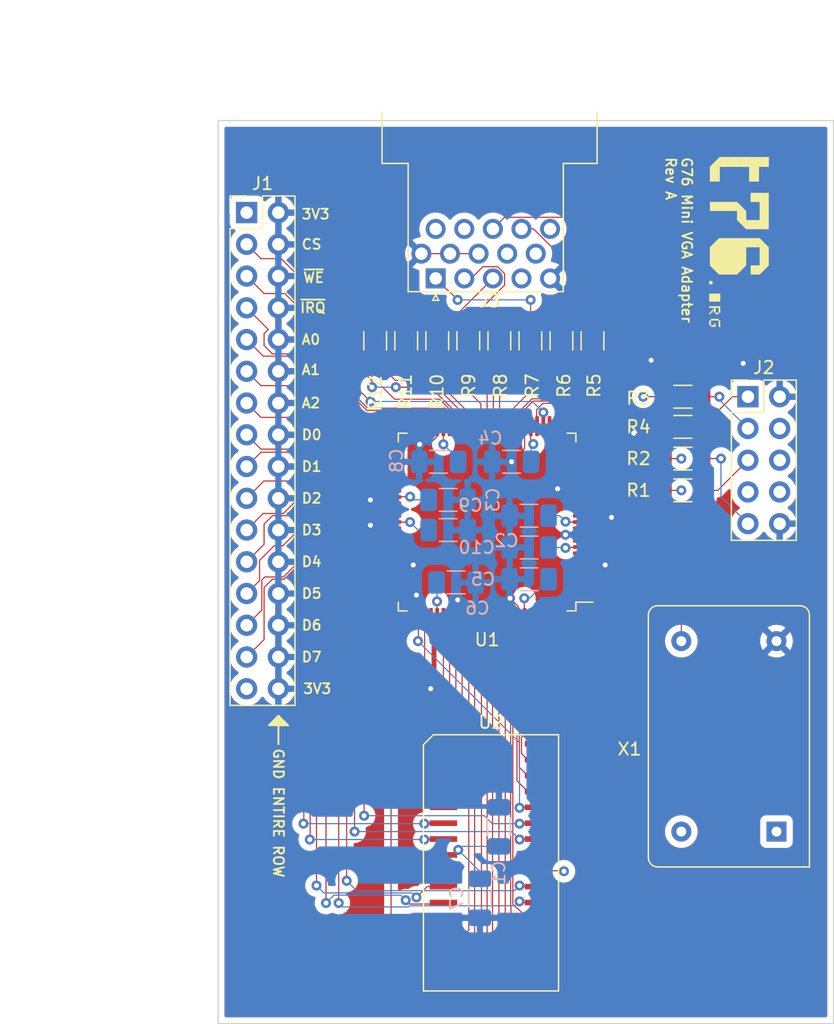
<source format=kicad_pcb>
(kicad_pcb (version 20211014) (generator pcbnew)
  (layers (0 "F.Cu" signal) (1 "In1.Cu" power) (2 "In2.Cu" power) (31 "B.Cu" signal) (34 "B.Paste" user) (35 "F.Paste" user) (36 "B.SilkS" user "B.Silkscreen") (37 "F.SilkS" user "F.Silkscreen") (38 "B.Mask" user) (39 "F.Mask" user) (44 "Edge.Cuts" user))
  (net 0 "")
  (net 1 "+3V3")
  (net 2 "GND")
  (net 3 "/MPU_CS")
  (net 4 "/~{MPU_WE}")
  (net 5 "/~{VOUT_IRQ}")
  (net 6 "/MPU_A0")
  (net 7 "/MPU_A1")
  (net 8 "/MPU_A2")
  (net 9 "/MPU_D0")
  (net 10 "/MPU_D1")
  (net 11 "/MPU_D2")
  (net 12 "/MPU_D3")
  (net 13 "/MPU_D4")
  (net 14 "/MPU_D5")
  (net 15 "/MPU_D6")
  (net 16 "/MPU_D7")
  (net 17 "/TCK")
  (net 18 "/TDO")
  (net 19 "/TMS")
  (net 23 "/TDI")
  (net 24 "Net-(J3-Pad1)")
  (net 25 "Net-(J3-Pad2)")
  (net 26 "Net-(J3-Pad3)")
  (net 31 "/~{HSYNC}")
  (net 32 "/~{VSYNC}")
  (net 34 "/VOUT_0")
  (net 35 "/VOUT_1")
  (net 36 "/VOUT_2")
  (net 37 "/VOUT_3")
  (net 38 "/VOUT_4")
  (net 39 "/VOUT_5")
  (net 40 "/VOUT_6")
  (net 41 "/VOUT_7")
  (net 50 "Net-(U1-Pad12)")
  (net 67 "/VRAM_D0")
  (net 68 "/VRAM_D1")
  (net 69 "/VRAM_D2")
  (net 70 "/VRAM_D3")
  (net 71 "/VRAM_D4")
  (net 72 "/VRAM_D5")
  (net 75 "/VRAM_D6")
  (net 76 "/VRAM_D7")
  (net 78 "/~{VRAM_OE}")
  (net 79 "/~{VRAM_WE}")
  (net 80 "/VRAM_A0")
  (net 81 "/VRAM_A1")
  (net 82 "/VRAM_A2")
  (net 83 "/VRAM_A3")
  (net 84 "/VRAM_A4")
  (net 85 "/VRAM_A5")
  (net 86 "/VRAM_A6")
  (net 87 "/VRAM_A7")
  (net 88 "/VRAM_A8")
  (net 89 "/VRAM_A9")
  (net 90 "/VRAM_A10")
  (net 91 "/VRAM_A11")
  (net 92 "/VRAM_A12")
  (net 93 "/VRAM_A13")
  (net 94 "/VRAM_A14")
  (net 95 "/VRAM_A15")
  (net 96 "/VRAM_A16")
  (footprint "Resistor_SMD:R_1206_3216Metric_Pad1.30x1.75mm_HandSolder" (layer "F.Cu") (at 94.615 63.474 90)
    (fp_text reference "R12")
    (fp_text value "470")
  )
  (footprint "Oscillator:Oscillator_DIP-14" (layer "F.Cu") (at 126.746 102.743 90)
    (fp_text reference "X1")
    (fp_text value "50MHz")
  )
  (footprint "Package_SO_J-Lead:JSOP32_7.62mm" (layer "F.Cu") (at 103.886 105.2445 -90)
    (fp_text reference "U2")
    (fp_text value "CY7C1018DV33-10VXI")
  )
  (footprint "Resistor_SMD:R_1206_3216Metric_Pad1.30x1.75mm_HandSolder" (layer "F.Cu") (at 99.586142 63.474 90)
    (fp_text reference "R10")
    (fp_text value "470")
  )
  (footprint "Resistor_SMD:R_1206_3216Metric_Pad1.30x1.75mm_HandSolder" (layer "F.Cu") (at 109.528426 63.474 90)
    (fp_text reference "R6")
    (fp_text value "1k")
  )
  (footprint "Resistor_SMD:R_1206_3216Metric_Pad1.30x1.75mm_HandSolder" (layer "F.Cu") (at 119.253 75.438)
    (fp_text reference "R1")
    (fp_text value "10k")
  )
  (footprint "Resistor_SMD:R_1206_3216Metric_Pad1.30x1.75mm_HandSolder" (layer "F.Cu") (at 119.253 70.358)
    (fp_text reference "R4")
    (fp_text value "10k")
  )
  (footprint "Connector_Dsub:DSUB-15-HD_Female_Horizontal_P2.29x1.98mm_EdgePinOffset9.40mm" (layer "F.Cu") (at 99.459 58.479331 180)
    (fp_text reference "J3")
    (fp_text value "DB15_Female_HighDensity")
  )
  (footprint "Resistor_SMD:R_1206_3216Metric_Pad1.30x1.75mm_HandSolder" (layer "F.Cu") (at 102.071713 63.474 90)
    (fp_text reference "R9")
    (fp_text value "1k")
  )
  (footprint "Resistor_SMD:R_1206_3216Metric_Pad1.30x1.75mm_HandSolder" (layer "F.Cu") (at 119.253 67.945)
    (fp_text reference "R3")
    (fp_text value "10k")
  )
  (footprint "Resistor_SMD:R_1206_3216Metric_Pad1.30x1.75mm_HandSolder" (layer "F.Cu") (at 112.014 63.474 90)
    (fp_text reference "R5")
    (fp_text value "2.2k")
  )
  (footprint "Connector_PinHeader_2.54mm:PinHeader_2x05_P2.54mm_Vertical" (layer "F.Cu") (at 124.46 67.945)
    (fp_text reference "J2")
    (fp_text value "JTAG")
  )
  (footprint "Package_QFP:LQFP-100_14x14mm_P0.5mm" (layer "F.Cu") (at 103.576635 77.974276 180)
    (fp_text reference "U1")
    (fp_text value "EPM240T100")
  )
  (footprint "Resistor_SMD:R_1206_3216Metric_Pad1.30x1.75mm_HandSolder" (layer "F.Cu") (at 104.557284 63.474 90)
    (fp_text reference "R8")
    (fp_text value "2.2k")
  )
  (footprint "Connector_PinHeader_2.54mm:PinHeader_2x16_P2.54mm_Vertical" (layer "F.Cu") (at 84.323 53.213)
    (fp_text reference "J1")
    (fp_text value "Conn_02x16_Odd_Even")
  )
  (footprint "Resistor_SMD:R_1206_3216Metric_Pad1.30x1.75mm_HandSolder" (layer "F.Cu") (at 107.042855 63.474 90)
    (fp_text reference "R7")
    (fp_text value "470")
  )
  (footprint "Resistor_SMD:R_1206_3216Metric_Pad1.30x1.75mm_HandSolder" (layer "F.Cu") (at 119.253 72.898)
    (fp_text reference "R2")
    (fp_text value "10k")
  )
  (footprint "Resistor_SMD:R_1206_3216Metric_Pad1.30x1.75mm_HandSolder" (layer "F.Cu") (at 97.100571 63.474 90)
    (fp_text reference "R11")
    (fp_text value "1k")
  )
  (footprint "Capacitor_SMD:C_1206_3216Metric_Pad1.33x1.80mm_HandSolder" (layer "B.Cu") (at 105.537 73.152 180)
    (fp_text reference "C4")
    (fp_text value "C")
  )
  (footprint "Capacitor_SMD:C_1206_3216Metric_Pad1.33x1.80mm_HandSolder" (layer "B.Cu") (at 99.695 73.152 180)
    (fp_text reference "C8")
    (fp_text value "C")
  )
  (footprint "Capacitor_SMD:C_1206_3216Metric_Pad1.33x1.80mm_HandSolder" (layer "B.Cu") (at 106.934 77.47 180)
    (fp_text reference "C2")
    (fp_text value "C")
  )
  (footprint "Capacitor_SMD:C_1206_3216Metric_Pad1.33x1.80mm_HandSolder" (layer "B.Cu") (at 101.092 82.804)
    (fp_text reference "C6")
    (fp_text value "C")
  )
  (footprint "Capacitor_SMD:C_1206_3216Metric_Pad1.33x1.80mm_HandSolder" (layer "B.Cu") (at 106.934 82.55 180)
    (fp_text reference "C5")
    (fp_text value "C")
  )
  (footprint "Capacitor_SMD:C_1206_3216Metric_Pad1.33x1.80mm_HandSolder" (layer "B.Cu") (at 100.457 78.613)
    (fp_text reference "C9")
    (fp_text value "C")
  )
  (footprint "Capacitor_SMD:C_1206_3216Metric_Pad1.33x1.80mm_HandSolder" (layer "B.Cu") (at 100.457 76.2)
    (fp_text reference "C3")
    (fp_text value "C")
  )
  (footprint "Capacitor_SMD:C_1206_3216Metric_Pad1.33x1.80mm_HandSolder" (layer "B.Cu") (at 102.997 108.077 -90)
    (fp_text reference "C7")
    (fp_text value "C")
  )
  (footprint "Capacitor_SMD:C_1206_3216Metric_Pad1.33x1.80mm_HandSolder" (layer "B.Cu") (at 104.521 102.362 90)
    (fp_text reference "C1")
    (fp_text value "C")
  )
  (footprint "Capacitor_SMD:C_1206_3216Metric_Pad1.33x1.80mm_HandSolder" (layer "B.Cu") (at 106.934 80.01 180)
    (fp_text reference "C10")
    (fp_text value "C")
  )
  (gr_poly (pts (xy 123.695036 48.762709) (xy 123.695036 49.549368) (xy 123.032626 49.549368) (xy 123.032626 48.762709) (xy 123.695036 48.762709)) (layer "F.SilkS") (width 0.010583) (fill solid))
  (gr_poly (pts (xy 121.412 49.549368) (xy 121.412 50.729304) (xy 122.069225 50.729304) (xy 122.069225 48.892143) (xy 121.412 49.549368)) (layer "F.SilkS") (width 0.010583) (fill solid))
  (gr_poly (pts (xy 121.363634 59.702489) (xy 122.247025 59.702489) (xy 122.247025 60.333467) (xy 121.363634 60.333467) (xy 121.363634 59.702489)) (layer "F.SilkS") (width 0.010583) (fill solid))
  (gr_poly (pts (xy 124.507942 48.762709) (xy 124.507942 49.549368) (xy 124.558531 49.549368) (xy 124.558531 50.729304) (xy 124.658543 50.729304) (xy 124.658543 48.762709) (xy 124.507942 48.762709)) (layer "F.SilkS") (width 0.010583) (fill solid))
  (gr_poly (pts (xy 121.868459 61.216752) (xy 122.12066 61.216752) (xy 122.12066 61.343012) (xy 121.868247 61.343012) (xy 121.868459 61.216752)) (layer "F.SilkS") (width 0.010583) (fill solid))
  (gr_poly (pts (xy 125.320954 48.762709) (xy 125.320954 50.729304) (xy 125.34519 50.729304) (xy 125.34519 49.549368) (xy 125.471449 49.549368) (xy 125.471449 48.762709) (xy 125.320954 48.762709)) (layer "F.SilkS") (width 0.010583) (fill solid))
  (gr_poly (pts (xy 121.489893 60.207207) (xy 122.12066 60.207207) (xy 122.12066 59.828642) (xy 121.489893 59.828642) (xy 121.489893 60.207207)) (layer "F.SilkS") (width 0.010583) (fill solid))
  (gr_poly (pts (xy 122.12066 61.84773) (xy 122.247025 61.84773) (xy 122.247025 62.352554) (xy 122.12066 62.352554) (xy 122.12066 61.84773)) (layer "F.SilkS") (width 0.010583) (fill solid))
  (gr_poly (pts (xy 122.198659 48.762709) (xy 122.069225 48.892143) (xy 122.069225 50.729304) (xy 122.198659 50.729304) (xy 122.198659 49.549368) (xy 122.21972 49.549368) (xy 122.21972 48.762709) (xy 122.198659 48.762709)) (layer "F.SilkS") (width 0.010583) (fill solid))
  (gr_poly (pts (xy 121.489893 61.090598) (xy 121.616047 61.090598) (xy 121.616047 61.216752) (xy 121.489893 61.216752) (xy 121.489893 61.090598)) (layer "F.SilkS") (width 0.010583) (fill solid))
  (gr_poly (pts (xy 123.845531 48.762709) (xy 123.845531 49.549368) (xy 123.695036 49.549368) (xy 123.695036 48.762709) (xy 123.845531 48.762709)) (layer "F.SilkS") (width 0.010583) (fill solid))
  (gr_poly (pts (xy 124.67717 51.634814) (xy 124.67717 52.360407) (xy 125.402763 52.360407) (xy 125.402763 53.811594) (xy 124.314373 53.811594) (xy 124.314373 53.086) (xy 123.58878 52.360407) (xy 121.412 52.360407) (xy 121.412 53.086) (xy 123.58878 53.086) (xy 123.58878 53.811594) (xy 124.314373 54.537187) (xy 126.128462 54.537187) (xy 126.128462 51.634814) (xy 124.67717 51.634814)) (layer "F.SilkS") (width 0.010583) (fill solid))
  (gr_poly (pts (xy 121.489893 61.721576) (xy 122.12066 61.721576) (xy 122.12066 61.84773) (xy 121.489893 61.84773) (xy 121.489893 61.721576)) (layer "F.SilkS") (width 0.010583) (fill solid))
  (gr_poly (pts (xy 124.67717 58.165153) (xy 125.402763 58.165153) (xy 126.128462 57.439666) (xy 126.128462 55.988374) (xy 125.402763 55.26278) (xy 122.137593 55.26278) (xy 121.411577 55.988374) (xy 121.411577 57.439666) (xy 122.13717 58.165153) (xy 123.58878 58.165153) (xy 124.314373 57.439666) (xy 124.314373 55.988374) (xy 125.402763 55.988374) (xy 125.402763 57.439666) (xy 124.67717 57.439666) (xy 124.67717 58.165153)) (layer "F.SilkS") (width 0.010583) (fill solid))
  (gr_poly (pts (xy 121.363423 61.84773) (xy 121.489893 61.84773) (xy 121.489893 62.226297) (xy 121.363634 62.226297) (xy 121.363423 61.84773)) (layer "F.SilkS") (width 0.010583) (fill solid))
  (gr_poly (pts (xy 121.489682 62.226297) (xy 121.7422 62.226297) (xy 121.7422 62.100142) (xy 121.868459 62.100142) (xy 121.868459 62.352554) (xy 121.489893 62.352554) (xy 121.489682 62.226297)) (layer "F.SilkS") (width 0.010583) (fill solid))
  (gr_poly (pts (xy 121.363634 58.692944) (xy 121.616047 58.692944) (xy 121.616047 58.945356) (xy 121.363634 58.945356) (xy 121.363634 58.692944)) (layer "F.SilkS") (width 0.010583) (fill solid))
  (gr_poly (pts (xy 121.363634 61.216752) (xy 121.489893 61.216752) (xy 121.489893 61.343012) (xy 121.363634 61.343012) (xy 121.363634 61.216752)) (layer "F.SilkS") (width 0.010583) (fill solid))
  (gr_poly (pts (xy 123.58878 57.439666) (xy 122.137593 57.439666) (xy 122.137593 55.988374) (xy 123.58878 55.988374) (xy 123.58878 57.439666)) (layer "F.SilkS") (width 0.010583) (fill solid))
  (gr_poly (pts (xy 124.508048 48.762709) (xy 124.508048 49.549368) (xy 123.845637 49.549368) (xy 123.845637 48.762709) (xy 124.508048 48.762709)) (layer "F.SilkS") (width 0.010583) (fill solid))
  (gr_line (start 86.868 94.234) (end 86.868 95.758) (layer "F.SilkS") (width 0.15))
  (gr_poly (pts (xy 87.63 94.234) (xy 86.106 94.234) (xy 86.868 93.472)) (layer "F.SilkS") (width 0.15) (fill solid))
  (gr_poly (pts (xy 122.882131 48.762709) (xy 122.882131 49.549368) (xy 122.21972 49.549368) (xy 122.21972 48.762709) (xy 122.882131 48.762709)) (layer "F.SilkS") (width 0.010583) (fill solid))
  (gr_poly (pts (xy 125.320954 48.762709) (xy 125.320954 50.729304) (xy 124.658543 50.729304) (xy 124.658543 48.762709) (xy 125.320954 48.762709)) (layer "F.SilkS") (width 0.010583) (fill solid))
  (gr_poly (pts (xy 123.032626 48.762709) (xy 123.032626 49.549368) (xy 122.882131 49.549368) (xy 122.882131 48.762709) (xy 123.032626 48.762709)) (layer "F.SilkS") (width 0.010583) (fill solid))
  (gr_poly (pts (xy 121.363634 60.712032) (xy 122.247025 60.712032) (xy 122.247025 61.216751) (xy 122.12066 61.216751) (xy 122.12066 60.838291) (xy 121.868247 60.838291) (xy 121.868247 61.216858) (xy 121.741988 61.216858) (xy 121.741988 61.090703) (xy 121.615835 61.090703) (xy 121.615835 60.96455) (xy 121.7422 60.96455) (xy 121.7422 60.838291) (xy 121.363634 60.838291) (xy 121.363634 60.712032)) (layer "F.SilkS") (width 0.010583) (fill solid))
  (gr_poly (pts (xy 126.131743 48.762709) (xy 126.131743 49.549368) (xy 125.471449 49.549368) (xy 125.471449 48.762709) (xy 126.131743 48.762709)) (layer "F.SilkS") (width 0.010583) (fill solid))
  (gr_rect (start 82.042 45.847) (end 131.318 118.11) (layer "Edge.Cuts") (width 0.1) (fill none))
  (gr_text "CS" (at 88.646 55.753) (layer "F.SilkS") (effects (font (size 0.8 0.8)) (justify left)))
  (gr_text "GND ENTIRE ROW" (at 86.868 96.012 270) (layer "F.SilkS") (effects (font (size 0.8 0.8)) (justify left)))
  (gr_text "A1" (at 88.646 65.786) (layer "F.SilkS") (effects (font (size 0.8 0.8)) (justify left)))
  (gr_text "~{WE}" (at 88.773 58.42) (layer "F.SilkS") (effects (font (size 0.8 0.8)) (justify left)))
  (gr_text "A0" (at 88.646 63.373) (layer "F.SilkS") (effects (font (size 0.8 0.8)) (justify left)))
  (gr_text "~{IRQ}" (at 88.519 60.833) (layer "F.SilkS") (effects (font (size 0.8 0.8)) (justify left)))
  (gr_text "D4" (at 88.646 81.153) (layer "F.SilkS") (effects (font (size 0.8 0.8)) (justify left)))
  (gr_text "D5" (at 88.646 83.693) (layer "F.SilkS") (effects (font (size 0.8 0.8)) (justify left)))
  (gr_text "G76 Mini VGA Adapter\nRev A" (at 118.921583 48.699631 270) (layer "F.SilkS") (effects (font (size 0.8 0.8)) (justify left)))
  (gr_text "D7" (at 88.646 88.773) (layer "F.SilkS") (effects (font (size 0.8 0.8)) (justify left)))
  (gr_text "D6" (at 88.646 86.233) (layer "F.SilkS") (effects (font (size 0.8 0.8)) (justify left)))
  (gr_text "A2" (at 88.646 68.453) (layer "F.SilkS") (effects (font (size 0.8 0.8)) (justify left)))
  (gr_text "3V3" (at 88.646 53.34) (layer "F.SilkS") (effects (font (size 0.8 0.8)) (justify left)))
  (gr_text "D2" (at 88.646 76.073) (layer "F.SilkS") (effects (font (size 0.8 0.8)) (justify left)))
  (gr_text "D1" (at 88.646 73.533) (layer "F.SilkS") (effects (font (size 0.8 0.8)) (justify left)))
  (gr_text "D0" (at 88.646 70.993) (layer "F.SilkS") (effects (font (size 0.8 0.8)) (justify left)))
  (gr_text "D3" (at 88.646 78.613) (layer "F.SilkS") (effects (font (size 0.8 0.8)) (justify left)))
  (gr_text "3V3" (at 88.773 91.313) (layer "F.SilkS") (effects (font (size 0.8 0.8)) (justify left)))
  (segment (start 109.888503 80.01) (end 109.855 80.043503) (width 0.09) (layer "F.Cu") (net 1))
  (segment (start 97.409 77.978) (end 95.905359 77.978) (width 0.09) (layer "F.Cu") (net 1))
  (segment (start 107.061 70.314911) (end 107.061 71.527783) (width 0.09) (layer "F.Cu") (net 1))
  (segment (start 107.061 71.527783) (end 107.271135 71.737918) (width 0.09) (layer "F.Cu") (net 1))
  (segment (start 117.703 67.945) (end 116.078 67.945) (width 0.09) (layer "F.Cu") (net 1))
  (segment (start 97.409 75.946) (end 95.929911 75.946) (width 0.09) (layer "F.Cu") (net 1))
  (segment (start 117.703 75.438) (end 119.126 75.438) (width 0.09) (layer "F.Cu") (net 1))
  (segment (start 100.860872 104.6095) (end 100.076 104.6095) (width 0.09) (layer "F.Cu") (net 1))
  (segment (start 109.6895 105.8795) (end 109.728 105.918) (width 0.09) (layer "F.Cu") (net 1))
  (segment (start 101.262103 104.208269) (end 100.860872 104.6095) (width 0.09) (layer "F.Cu") (net 1))
  (segment (start 111.247911 77.978) (end 109.888503 77.978) (width 0.09) (layer "F.Cu") (net 1))
  (segment (start 106.553 84.074) (end 106.553 85.625641) (width 0.09) (layer "F.Cu") (net 1))
  (segment (start 117.703 72.898) (end 119.126 72.898) (width 0.09) (layer "F.Cu") (net 1))
  (segment (start 100.076 71.755) (end 100.076 70.299911) (width 0.09) (layer "F.Cu") (net 1))
  (segment (start 111.215911 80.01) (end 109.888503 80.01) (width 0.09) (layer "F.Cu") (net 1))
  (segment (start 107.696 105.8795) (end 109.6895 105.8795) (width 0.09) (layer "F.Cu") (net 1))
  (segment (start 109.888503 77.978) (end 109.855 77.944497) (width 0.09) (layer "F.Cu") (net 1))
  (segment (start 99.568 84.328) (end 99.568 85.640641) (width 0.09) (layer "F.Cu") (net 1))
  (via (at 116.078 67.945) (size 0.8) (drill 0.4) (layers "F.Cu" "B.Cu") (net 1))
  (via (at 100.076 71.755) (size 0.8) (drill 0.4) (layers "F.Cu" "B.Cu") (net 1))
  (via (at 97.409 77.978) (size 0.8) (drill 0.4) (layers "F.Cu" "B.Cu") (net 1))
  (via (at 106.553 84.074) (size 0.8) (drill 0.4) (layers "F.Cu" "B.Cu") (net 1))
  (via (at 109.855 77.944497) (size 0.8) (drill 0.4) (layers "F.Cu" "B.Cu") (net 1))
  (via (at 109.728 105.918) (size 0.8) (drill 0.4) (layers "F.Cu" "B.Cu") (net 1))
  (via (at 109.855 80.043503) (size 0.8) (drill 0.4) (layers "F.Cu" "B.Cu") (net 1))
  (via (at 101.262103 104.208269) (size 0.8) (drill 0.4) (layers "F.Cu" "B.Cu") (net 1))
  (via (at 119.126 75.438) (size 0.8) (drill 0.4) (layers "F.Cu" "B.Cu") (net 1))
  (via (at 97.409 75.946) (size 0.8) (drill 0.4) (layers "F.Cu" "B.Cu") (net 1))
  (via (at 119.126 72.898) (size 0.8) (drill 0.4) (layers "F.Cu" "B.Cu") (net 1))
  (via (at 107.271135 71.737918) (size 0.8) (drill 0.4) (layers "F.Cu" "B.Cu") (net 1))
  (via (at 99.568 84.328) (size 0.8) (drill 0.4) (layers "F.Cu" "B.Cu") (net 1))
  (segment (start 97.663 76.2) (end 97.409 75.946) (width 0.09) (layer "B.Cu") (net 1))
  (segment (start 101.262103 104.208269) (end 102.997 105.943166) (width 0.09) (layer "B.Cu") (net 1))
  (segment (start 101.2575 72.9365) (end 100.076 71.755) (width 0.09) (layer "B.Cu") (net 1))
  (segment (start 109.821497 80.01) (end 109.855 80.043503) (width 0.09) (layer "B.Cu") (net 1))
  (segment (start 109.380503 77.47) (end 109.855 77.944497) (width 0.09) (layer "B.Cu") (net 1))
  (segment (start 102.997 105.943166) (end 102.997 106.5145) (width 0.09) (layer "B.Cu") (net 1))
  (segment (start 108.4965 82.55) (end 106.9725 84.074) (width 0.09) (layer "B.Cu") (net 1))
  (segment (start 98.044 78.613) (end 97.409 77.978) (width 0.09) (layer "B.Cu") (net 1))
  (segment (start 99.568 82.8425) (end 99.568 84.328) (width 0.09) (layer "B.Cu") (net 1))
  (segment (start 101.545872 103.9245) (end 101.262103 104.208269) (width 0.09) (layer "B.Cu") (net 1))
  (segment (start 98.8945 78.613) (end 98.044 78.613) (width 0.09) (layer "B.Cu") (net 1))
  (segment (start 98.8945 76.2) (end 97.663 76.2) (width 0.09) (layer "B.Cu") (net 1))
  (segment (start 107.0995 73.152) (end 107.0995 71.909553) (width 0.09) (layer "B.Cu") (net 1))
  (segment (start 106.9725 84.074) (end 106.553 84.074) (width 0.09) (layer "B.Cu") (net 1))
  (segment (start 108.4965 80.01) (end 109.821497 80.01) (width 0.09) (layer "B.Cu") (net 1))
  (segment (start 107.0995 71.909553) (end 107.271135 71.737918) (width 0.09) (layer "B.Cu") (net 1))
  (segment (start 108.4965 77.47) (end 109.380503 77.47) (width 0.09) (layer "B.Cu") (net 1))
  (segment (start 104.521 103.9245) (end 101.545872 103.9245) (width 0.09) (layer "B.Cu") (net 1))
  (segment (start 95.901635 76.474276) (end 94.508276 76.474276) (width 0.09) (layer "F.Cu") (net 2))
  (segment (start 94.508276 76.474276) (end 94.234 76.2) (width 0.09) (layer "F.Cu") (net 2))
  (segment (start 102.894 56.499331) (end 98.314 56.499331) (width 0.09) (layer "F.Cu") (net 2))
  (segment (start 94.976276 78.974276) (end 94.234 78.232) (width 0.09) (layer "F.Cu") (net 2))
  (segment (start 111.251635 79.474276) (end 111.251635 78.974276) (width 0.09) (layer "F.Cu") (net 2))
  (segment (start 95.901635 78.974276) (end 94.976276 78.974276) (width 0.09) (layer "F.Cu") (net 2))
  (segment (start 111.251635 78.974276) (end 109.874724 78.974276) (width 0.09) (layer "F.Cu") (net 2))
  (segment (start 106.576635 70.299276) (end 106.576635 72.112365) (width 0.09) (layer "F.Cu") (net 2))
  (segment (start 106.576635 72.112365) (end 105.537 73.152) (width 0.09) (layer "F.Cu") (net 2))
  (segment (start 109.874724 78.974276) (end 109.855 78.994) (width 0.09) (layer "F.Cu") (net 2))
  (segment (start 106.076635 85.649276) (end 106.076635 84.740635) (width 0.09) (layer "F.Cu") (net 2))
  (segment (start 99.576635 70.299276) (end 99.576635 71.121856) (width 0.09) (layer "F.Cu") (net 2))
  (segment (start 98.943491 71.755) (end 98.171 71.755) (width 0.09) (layer "F.Cu") (net 2))
  (segment (start 106.076635 84.740635) (end 105.41 84.074) (width 0.09) (layer "F.Cu") (net 2))
  (segment (start 99.576635 71.121856) (end 98.943491 71.755) (width 0.09) (layer "F.Cu") (net 2))
  (via (at 97.917 83.82) (size 0.8) (drill 0.4) (layers "F.Cu" "B.Cu") (net 2))
  (via (at 98.171 71.755) (size 0.8) (drill 0.4) (layers "F.Cu" "B.Cu") (net 2))
  (via (at 109.855 78.994) (size 0.8) (drill 0.4) (layers "F.Cu" "B.Cu") (net 2))
  (via (at 101.219 84.201) (size 0.8) (drill 0.4) (layers "F.Cu" "B.Cu") (net 2))
  (via (at 105.537 73.152) (size 0.8) (drill 0.4) (layers "F.Cu" "B.Cu") (net 2))
  (via (at 97.663 81.407) (size 0.8) (drill 0.4) (layers "F.Cu" "B.Cu") (net 2))
  (via (at 105.41 84.074) (size 0.8) (drill 0.4) (layers "F.Cu" "B.Cu") (net 2))
  (via (at 99.06 91.313) (size 0.8) (drill 0.4) (layers "F.Cu" "B.Cu") (net 2))
  (via (at 115.316 70.866) (size 0.8) (drill 0.4) (layers "F.Cu" "B.Cu") (net 2))
  (via (at 94.234 78.232) (size 0.8) (drill 0.4) (layers "F.Cu" "B.Cu") (net 2))
  (via (at 124.079 65.278) (size 0.8) (drill 0.4) (layers "F.Cu" "B.Cu") (net 2))
  (via (at 113.538 77.597) (size 0.8) (drill 0.4) (layers "F.Cu" "B.Cu") (net 2))
  (via (at 94.234 76.2) (size 0.8) (drill 0.4) (layers "F.Cu" "B.Cu") (net 2))
  (via (at 116.713 65.024) (size 0.8) (drill 0.4) (layers "F.Cu" "B.Cu") (net 2))
  (via (at 113.03 81.407) (size 0.8) (drill 0.4) (layers "F.Cu" "B.Cu") (net 2))
  (via (at 109.22 75.311) (size 0.8) (drill 0.4) (layers "F.Cu" "B.Cu") (net 2))
  (segment (start 105.41 84.074) (end 105.41 82.5885) (width 0.09) (layer "B.Cu") (net 2))
  (segment (start 98.171 71.755) (end 98.171 73.1135) (width 0.09) (layer "B.Cu") (net 2))
  (segment (start 105.537 73.152) (end 103.9745 73.152) (width 0.09) (layer "B.Cu") (net 2))
  (segment (start 98.171 73.1135) (end 98.1325 73.152) (width 0.09) (layer "B.Cu") (net 2))
  (segment (start 105.41 82.5885) (end 105.3715 82.55) (width 0.09) (layer "B.Cu") (net 2))
  (segment (start 99.769355 68.146489) (end 101.076635 69.453769) (width 0.09) (layer "F.Cu") (net 3))
  (segment (start 87.086095 56.897511) (end 93.60548 63.416896) (width 0.09) (layer "F.Cu") (net 3))
  (segment (start 96.168696 68.146489) (end 99.769355 68.146489) (width 0.09) (layer "F.Cu") (net 3))
  (segment (start 101.076635 69.453769) (end 101.076635 70.299276) (width 0.09) (layer "F.Cu") (net 3))
  (segment (start 84.323 55.753) (end 85.467511 56.897511) (width 0.09) (layer "F.Cu") (net 3))
  (segment (start 85.467511 56.897511) (end 87.086095 56.897511) (width 0.09) (layer "F.Cu") (net 3))
  (segment (start 93.60548 63.416896) (end 93.60548 65.583273) (width 0.09) (layer "F.Cu") (net 3))
  (segment (start 93.60548 65.583273) (end 96.168696 68.146489) (width 0.09) (layer "F.Cu") (net 3))
  (segment (start 87.374489 59.688489) (end 94.361 66.675) (width 0.09) (layer "F.Cu") (net 4))
  (segment (start 99.059732 67.183) (end 101.576635 69.699903) (width 0.09) (layer "F.Cu") (net 4))
  (segment (start 84.323 58.293) (end 85.718489 59.688489) (width 0.09) (layer "F.Cu") (net 4))
  (segment (start 94.361 66.675) (end 94.361 67.183) (width 0.09) (layer "F.Cu") (net 4))
  (segment (start 96.266 67.183) (end 99.059732 67.183) (width 0.09) (layer "F.Cu") (net 4))
  (segment (start 85.718489 59.688489) (end 87.374489 59.688489) (width 0.09) (layer "F.Cu") (net 4))
  (via (at 94.361 67.183) (size 0.8) (drill 0.4) (layers "F.Cu" "B.Cu") (net 4))
  (via (at 96.266 67.183) (size 0.8) (drill 0.4) (layers "F.Cu" "B.Cu") (net 4))
  (segment (start 94.361 67.183) (end 96.266 67.183) (width 0.09) (layer "B.Cu") (net 4))
  (segment (start 90.425511 64.517511) (end 94.234 68.326) (width 0.09) (layer "F.Cu") (net 5))
  (segment (start 85.718489 63.847073) (end 86.388927 64.517511) (width 0.09) (layer "F.Cu") (net 5))
  (segment (start 108.076635 69.202744) (end 108.076635 70.299276) (width 0.09) (layer "F.Cu") (net 5))
  (segment (start 84.323 60.833) (end 86.053708 62.563708) (width 0.09) (layer "F.Cu") (net 5))
  (segment (start 85.718489 62.898927) (end 85.718489 63.847073) (width 0.09) (layer "F.Cu") (net 5))
  (segment (start 86.388927 64.517511) (end 90.425511 64.517511) (width 0.09) (layer "F.Cu") (net 5))
  (segment (start 86.053708 62.563708) (end 85.718489 62.898927) (width 0.09) (layer "F.Cu") (net 5))
  (via (at 94.234 68.326) (size 0.8) (drill 0.4) (layers "F.Cu" "B.Cu") (net 5))
  (via (at 108.076635 69.202744) (size 0.8) (drill 0.4) (layers "F.Cu" "B.Cu") (net 5))
  (segment (start 94.234 68.326) (end 107.199891 68.326) (width 0.09) (layer "B.Cu") (net 5))
  (segment (start 107.199891 68.326) (end 108.076635 69.202744) (width 0.09) (layer "B.Cu") (net 5))
  (segment (start 100.576635 69.207635) (end 100.576635 70.299276) (width 0.09) (layer "F.Cu") (net 6))
  (segment (start 89.849122 64.697022) (end 94.012601 68.860501) (width 0.09) (layer "F.Cu") (net 6))
  (segment (start 84.323 63.373) (end 85.647022 64.697022) (width 0.09) (layer "F.Cu") (net 6))
  (segment (start 85.647022 64.697022) (end 89.849122 64.697022) (width 0.09) (layer "F.Cu") (net 6))
  (segment (start 94.012601 68.860501) (end 100.229501 68.860501) (width 0.09) (layer "F.Cu") (net 6))
  (segment (start 100.229501 68.860501) (end 100.576635 69.207635) (width 0.09) (layer "F.Cu") (net 6))
  (segment (start 98.413677 69.040012) (end 99.076635 69.70297) (width 0.09) (layer "F.Cu") (net 7))
  (segment (start 93.938246 69.040012) (end 98.413677 69.040012) (width 0.09) (layer "F.Cu") (net 7))
  (segment (start 84.323 65.913) (end 85.467511 67.057511) (width 0.09) (layer "F.Cu") (net 7))
  (segment (start 85.467511 67.057511) (end 91.955745 67.057511) (width 0.09) (layer "F.Cu") (net 7))
  (segment (start 91.955745 67.057511) (end 93.938246 69.040012) (width 0.09) (layer "F.Cu") (net 7))
  (segment (start 98.238421 69.364756) (end 98.576635 69.70297) (width 0.09) (layer "F.Cu") (net 8))
  (segment (start 97.414849 69.364756) (end 98.238421 69.364756) (width 0.09) (layer "F.Cu") (net 8))
  (segment (start 97.182094 69.597511) (end 97.414849 69.364756) (width 0.09) (layer "F.Cu") (net 8))
  (segment (start 84.323 68.453) (end 85.467511 69.597511) (width 0.09) (layer "F.Cu") (net 8))
  (segment (start 85.467511 69.597511) (end 97.182094 69.597511) (width 0.09) (layer "F.Cu") (net 8))
  (segment (start 93.968564 72.137511) (end 95.305329 73.474276) (width 0.09) (layer "F.Cu") (net 9))
  (segment (start 95.305329 73.474276) (end 95.901635 73.474276) (width 0.09) (layer "F.Cu") (net 9))
  (segment (start 85.467511 72.137511) (end 93.968564 72.137511) (width 0.09) (layer "F.Cu") (net 9))
  (segment (start 84.323 70.993) (end 85.467511 72.137511) (width 0.09) (layer "F.Cu") (net 9))
  (segment (start 95.305329 73.974276) (end 95.901635 73.974276) (width 0.09) (layer "F.Cu") (net 10))
  (segment (start 93.719542 72.388489) (end 95.305329 73.974276) (width 0.09) (layer "F.Cu") (net 10))
  (segment (start 84.323 73.533) (end 85.467511 72.388489) (width 0.09) (layer "F.Cu") (net 10))
  (segment (start 85.467511 72.388489) (end 93.719542 72.388489) (width 0.09) (layer "F.Cu") (net 10))
  (segment (start 95.686155 74.689756) (end 95.901635 74.474276) (width 0.09) (layer "F.Cu") (net 11))
  (segment (start 84.323 76.073) (end 85.706244 74.689756) (width 0.09) (layer "F.Cu") (net 11))
  (segment (start 85.706244 74.689756) (end 95.686155 74.689756) (width 0.09) (layer "F.Cu") (net 11))
  (segment (start 85.647022 77.288978) (end 87.265606 77.288978) (width 0.09) (layer "F.Cu") (net 12))
  (segment (start 89.624584 74.93) (end 95.857359 74.93) (width 0.09) (layer "F.Cu") (net 12))
  (segment (start 84.323 78.613) (end 85.647022 77.288978) (width 0.09) (layer "F.Cu") (net 12))
  (segment (start 95.857359 74.93) (end 95.901635 74.974276) (width 0.09) (layer "F.Cu") (net 12))
  (segment (start 87.265606 77.288978) (end 89.624584 74.93) (width 0.09) (layer "F.Cu") (net 12))
  (segment (start 84.323 81.153) (end 85.718489 79.757511) (width 0.09) (layer "F.Cu") (net 13))
  (segment (start 88.393645 77.468489) (end 90.387858 75.474276) (width 0.09) (layer "F.Cu") (net 13))
  (segment (start 85.718489 79.757511) (end 85.718489 78.138927) (width 0.09) (layer "F.Cu") (net 13))
  (segment (start 86.388927 77.468489) (end 88.393645 77.468489) (width 0.09) (layer "F.Cu") (net 13))
  (segment (start 85.718489 78.138927) (end 86.388927 77.468489) (width 0.09) (layer "F.Cu") (net 13))
  (segment (start 90.387858 75.474276) (end 95.901635 75.474276) (width 0.09) (layer "F.Cu") (net 13))
  (segment (start 86.514416 79.883) (end 87.211584 79.883) (width 0.09) (layer "F.Cu") (net 14))
  (segment (start 85.359468 81.037948) (end 86.514416 79.883) (width 0.09) (layer "F.Cu") (net 14))
  (segment (start 85.359468 82.656532) (end 85.359468 81.037948) (width 0.09) (layer "F.Cu") (net 14))
  (segment (start 87.211584 79.883) (end 88.265 78.829584) (width 0.09) (layer "F.Cu") (net 14))
  (segment (start 89.141724 76.974276) (end 95.901635 76.974276) (width 0.09) (layer "F.Cu") (net 14))
  (segment (start 88.265 78.829584) (end 88.265 77.851) (width 0.09) (layer "F.Cu") (net 14))
  (segment (start 84.323 83.693) (end 85.359468 82.656532) (width 0.09) (layer "F.Cu") (net 14))
  (segment (start 88.265 77.851) (end 89.141724 76.974276) (width 0.09) (layer "F.Cu") (net 14))
  (segment (start 88.54098 81.004288) (end 88.794978 80.75029) (width 0.09) (layer "F.Cu") (net 15))
  (segment (start 88.794979 79.607021) (end 88.927724 79.474276) (width 0.09) (layer "F.Cu") (net 15))
  (segment (start 84.323 86.233) (end 85.538978 85.017022) (width 0.09) (layer "F.Cu") (net 15))
  (segment (start 88.794978 80.75029) (end 88.794979 79.607021) (width 0.09) (layer "F.Cu") (net 15))
  (segment (start 85.538979 82.609155) (end 85.779156 82.368978) (width 0.09) (layer "F.Cu") (net 15))
  (segment (start 87.265606 82.368978) (end 88.540979 81.093605) (width 0.09) (layer "F.Cu") (net 15))
  (segment (start 88.927724 79.474276) (end 95.901635 79.474276) (width 0.09) (layer "F.Cu") (net 15))
  (segment (start 85.779156 82.368978) (end 87.265606 82.368978) (width 0.09) (layer "F.Cu") (net 15))
  (segment (start 85.538978 85.017022) (end 85.538979 82.609155) (width 0.09) (layer "F.Cu") (net 15))
  (segment (start 88.540979 81.093605) (end 88.54098 81.004288) (width 0.09) (layer "F.Cu") (net 15))
  (segment (start 86.388927 82.548489) (end 87.339961 82.548489) (width 0.09) (layer "F.Cu") (net 16))
  (segment (start 88.974489 80.824645) (end 88.974489 80.189511) (width 0.09) (layer "F.Cu") (net 16))
  (segment (start 88.720489 81.167961) (end 88.72049 81.078644) (width 0.09) (layer "F.Cu") (net 16))
  (segment (start 85.718489 87.377511) (end 85.718489 83.218927) (width 0.09) (layer "F.Cu") (net 16))
  (segment (start 85.718489 83.218927) (end 86.388927 82.548489) (width 0.09) (layer "F.Cu") (net 16))
  (segment (start 89.189724 79.974276) (end 95.901635 79.974276) (width 0.09) (layer "F.Cu") (net 16))
  (segment (start 84.323 88.773) (end 85.718489 87.377511) (width 0.09) (layer "F.Cu") (net 16))
  (segment (start 88.72049 81.078644) (end 88.974489 80.824645) (width 0.09) (layer "F.Cu") (net 16))
  (segment (start 88.974489 80.189511) (end 89.189724 79.974276) (width 0.09) (layer "F.Cu") (net 16))
  (segment (start 87.339961 82.548489) (end 88.720489 81.167961) (width 0.09) (layer "F.Cu") (net 16))
  (segment (start 119.43252 71.72848) (end 120.803 70.358) (width 0.09) (layer "F.Cu") (net 17))
  (segment (start 116.331657 72.474276) (end 117.077453 71.72848) (width 0.09) (layer "F.Cu") (net 17))
  (segment (start 123.216 67.945) (end 124.46 67.945) (width 0.09) (layer "F.Cu") (net 17))
  (segment (start 111.251635 72.474276) (end 116.331657 72.474276) (width 0.09) (layer "F.Cu") (net 17))
  (segment (start 120.803 70.358) (end 123.216 67.945) (width 0.09) (layer "F.Cu") (net 17))
  (segment (start 117.077453 71.72848) (end 119.43252 71.72848) (width 0.09) (layer "F.Cu") (net 17))
  (segment (start 111.251635 71.974276) (end 114.037431 69.18848) (width 0.09) (layer "F.Cu") (net 18))
  (segment (start 119.55952 69.18848) (end 120.803 67.945) (width 0.09) (layer "F.Cu") (net 18))
  (segment (start 120.803 67.945) (end 122.174 67.945) (width 0.09) (layer "F.Cu") (net 18))
  (segment (start 114.037431 69.18848) (end 119.55952 69.18848) (width 0.09) (layer "F.Cu") (net 18))
  (via (at 122.174 67.945) (size 0.8) (drill 0.4) (layers "F.Cu" "B.Cu") (net 18))
  (segment (start 122.174 68.199) (end 124.46 70.485) (width 0.09) (layer "B.Cu") (net 18))
  (segment (start 122.174 67.945) (end 122.174 68.199) (width 0.09) (layer "B.Cu") (net 18))
  (segment (start 119.612031 74.247031) (end 120.803 75.438) (width 0.09) (layer "F.Cu") (net 19))
  (segment (start 120.803 75.438) (end 122.047 75.438) (width 0.09) (layer "F.Cu") (net 19))
  (segment (start 122.047 75.438) (end 124.46 73.025) (width 0.09) (layer "F.Cu") (net 19))
  (segment (start 117.003098 74.247031) (end 119.612031 74.247031) (width 0.09) (layer "F.Cu") (net 19))
  (segment (start 116.230343 73.474276) (end 117.003098 74.247031) (width 0.09) (layer "F.Cu") (net 19))
  (segment (start 111.251635 73.474276) (end 116.230343 73.474276) (width 0.09) (layer "F.Cu") (net 19))
  (segment (start 120.803 72.898) (end 122.301 72.898) (width 0.09) (layer "F.Cu") (net 23))
  (segment (start 111.251635 72.974276) (end 115.984209 72.974276) (width 0.09) (layer "F.Cu") (net 23))
  (segment (start 115.984209 72.974276) (end 117.077453 74.06752) (width 0.09) (layer "F.Cu") (net 23))
  (segment (start 117.077453 74.06752) (end 119.63348 74.06752) (width 0.09) (layer "F.Cu") (net 23))
  (segment (start 119.63348 74.06752) (end 120.803 72.898) (width 0.09) (layer "F.Cu") (net 23))
  (via (at 122.301 72.898) (size 0.8) (drill 0.4) (layers "F.Cu" "B.Cu") (net 23))
  (segment (start 122.301 75.946) (end 124.46 78.105) (width 0.09) (layer "B.Cu") (net 23))
  (segment (start 122.301 72.898) (end 122.301 75.946) (width 0.09) (layer "B.Cu") (net 23))
  (segment (start 100.434842 59.413842) (end 101.219 60.198) (width 0.09) (layer "F.Cu") (net 24))
  (segment (start 107.061 60.198) (end 107.061 61.905855) (width 0.09) (layer "F.Cu") (net 24))
  (segment (start 100.393511 59.413842) (end 100.434842 59.413842) (width 0.09) (layer "F.Cu") (net 24))
  (segment (start 107.042855 61.924) (end 112.014 61.924) (width 0.09) (layer "F.Cu") (net 24))
  (segment (start 99.459 58.479331) (end 100.393511 59.413842) (width 0.09) (layer "F.Cu") (net 24))
  (via (at 101.219 60.198) (size 0.8) (drill 0.4) (layers "F.Cu" "B.Cu") (net 24))
  (via (at 107.061 60.198) (size 0.8) (drill 0.4) (layers "F.Cu" "B.Cu") (net 24))
  (segment (start 101.219 60.198) (end 107.061 60.198) (width 0.09) (layer "B.Cu") (net 24))
  (segment (start 104.426088 57.54482) (end 103.23718 57.54482) (width 0.09) (layer "F.Cu") (net 25))
  (segment (start 104.973511 59.022202) (end 104.973511 58.092243) (width 0.09) (layer "F.Cu") (net 25))
  (segment (start 99.586142 61.924) (end 104.557284 61.924) (width 0.09) (layer "F.Cu") (net 25))
  (segment (start 102.071713 61.924) (end 104.973511 59.022202) (width 0.09) (layer "F.Cu") (net 25))
  (segment (start 104.973511 58.092243) (end 104.426088 57.54482) (width 0.09) (layer "F.Cu") (net 25))
  (segment (start 103.23718 57.54482) (end 102.302669 58.479331) (width 0.09) (layer "F.Cu") (net 25))
  (segment (start 97.885091 61.13948) (end 101.378851 61.13948) (width 0.09) (layer "F.Cu") (net 26))
  (segment (start 97.100571 61.924) (end 97.885091 61.13948) (width 0.09) (layer "F.Cu") (net 26))
  (segment (start 101.378851 61.13948) (end 104.039 58.479331) (width 0.09) (layer "F.Cu") (net 26))
  (segment (start 94.615 61.924) (end 97.100571 61.924) (width 0.09) (layer "F.Cu") (net 26))
  (segment (start 104.973511 53.58482) (end 104.039 54.519331) (width 0.09) (layer "F.Cu") (net 31))
  (segment (start 108.048204 68.475275) (end 110.385384 68.475275) (width 0.09) (layer "F.Cu") (net 31))
  (segment (start 113.538 65.322659) (end 113.538 53.975) (width 0.09) (layer "F.Cu") (net 31))
  (segment (start 107.542134 68.981345) (end 108.048204 68.475275) (width 0.09) (layer "F.Cu") (net 31))
  (segment (start 107.576635 69.70297) (end 107.542134 69.668469) (width 0.09) (layer "F.Cu") (net 31))
  (segment (start 107.542134 69.668469) (end 107.542134 68.981345) (width 0.09) (layer "F.Cu") (net 31))
  (segment (start 113.14782 53.58482) (end 104.973511 53.58482) (width 0.09) (layer "F.Cu") (net 31))
  (segment (start 110.385384 68.475275) (end 113.538 65.322659) (width 0.09) (layer "F.Cu") (net 31))
  (segment (start 113.538 53.975) (end 113.14782 53.58482) (width 0.09) (layer "F.Cu") (net 31))
  (segment (start 107.257567 68.295764) (end 110.311029 68.295764) (width 0.09) (layer "F.Cu") (net 32))
  (segment (start 113.358489 60.580419) (end 107.297401 54.519331) (width 0.09) (layer "F.Cu") (net 32))
  (segment (start 106.076635 69.476696) (end 107.257567 68.295764) (width 0.09) (layer "F.Cu") (net 32))
  (segment (start 113.358489 65.248304) (end 113.358489 60.580419) (width 0.09) (layer "F.Cu") (net 32))
  (segment (start 110.311029 68.295764) (end 113.358489 65.248304) (width 0.09) (layer "F.Cu") (net 32))
  (segment (start 107.297401 54.519331) (end 106.329 54.519331) (width 0.09) (layer "F.Cu") (net 32))
  (segment (start 106.076635 70.299276) (end 106.076635 69.476696) (width 0.09) (layer "F.Cu") (net 32))
  (segment (start 108.921747 68.116253) (end 107.163352 68.116253) (width 0.09) (layer "F.Cu") (net 34))
  (segment (start 112.014 65.024) (end 108.921747 68.116253) (width 0.09) (layer "F.Cu") (net 34))
  (segment (start 107.163352 68.116253) (end 105.576635 69.70297) (width 0.09) (layer "F.Cu") (net 34))
  (segment (start 109.528426 65.024) (end 105.076635 69.475791) (width 0.09) (layer "F.Cu") (net 35))
  (segment (start 105.076635 69.475791) (end 105.076635 70.299276) (width 0.09) (layer "F.Cu") (net 35))
  (segment (start 104.576635 67.49022) (end 104.576635 70.299276) (width 0.09) (layer "F.Cu") (net 36))
  (segment (start 107.042855 65.024) (end 104.576635 67.49022) (width 0.09) (layer "F.Cu") (net 36))
  (segment (start 104.076635 65.504649) (end 104.076635 70.299276) (width 0.09) (layer "F.Cu") (net 37))
  (segment (start 103.576635 66.528922) (end 103.576635 70.299276) (width 0.09) (layer "F.Cu") (net 38))
  (segment (start 102.071713 65.024) (end 103.576635 66.528922) (width 0.09) (layer "F.Cu") (net 38))
  (segment (start 103.076635 68.514493) (end 103.076635 70.299276) (width 0.09) (layer "F.Cu") (net 39))
  (segment (start 99.586142 65.024) (end 103.076635 68.514493) (width 0.09) (layer "F.Cu") (net 39))
  (segment (start 98.682185 65.80852) (end 102.576635 69.70297) (width 0.09) (layer "F.Cu") (net 40))
  (segment (start 97.100571 65.024) (end 97.885091 65.80852) (width 0.09) (layer "F.Cu") (net 40))
  (segment (start 97.885091 65.80852) (end 98.682185 65.80852) (width 0.09) (layer "F.Cu") (net 40))
  (segment (start 94.615 65.024) (end 96.239499 66.648499) (width 0.09) (layer "F.Cu") (net 41))
  (segment (start 96.239499 66.648499) (end 99.022164 66.648499) (width 0.09) (layer "F.Cu") (net 41))
  (segment (start 99.022164 66.648499) (end 102.076635 69.70297) (width 0.09) (layer "F.Cu") (net 41))
  (segment (start 119.126 85.526061) (end 112.074215 78.474276) (width 0.09) (layer "F.Cu") (net 50))
  (segment (start 112.074215 78.474276) (end 111.251635 78.474276) (width 0.09) (layer "F.Cu") (net 50))
  (segment (start 119.126 87.503) (end 119.126 85.526061) (width 0.09) (layer "F.Cu") (net 50))
  (segment (start 88.9 102.0815) (end 88.8735 102.108) (width 0.09) (layer "F.Cu") (net 67))
  (segment (start 98.5905 102.0695) (end 100.076 102.0695) (width 0.09) (layer "F.Cu") (net 67))
  (segment (start 89.578724 80.474276) (end 88.9 81.153) (width 0.09) (layer "F.Cu") (net 67))
  (segment (start 88.9 81.153) (end 88.9 102.0815) (width 0.09) (layer "F.Cu") (net 67))
  (segment (start 95.901635 80.474276) (end 89.578724 80.474276) (width 0.09) (layer "F.Cu") (net 67))
  (segment (start 98.552 102.108) (end 98.5905 102.0695) (width 0.09) (layer "F.Cu") (net 67))
  (via (at 88.8735 102.108) (size 0.8) (drill 0.4) (layers "F.Cu" "B.Cu") (net 67))
  (via (at 98.552 102.108) (size 0.8) (drill 0.4) (layers "F.Cu" "B.Cu") (net 67))
  (segment (start 98.552 102.108) (end 88.8735 102.108) (width 0.09) (layer "B.Cu") (net 67))
  (segment (start 95.305329 80.974276) (end 95.253605 81.026) (width 0.09) (layer "F.Cu") (net 68))
  (segment (start 89.408 103.354216) (end 89.3815 103.380716) (width 0.09) (layer "F.Cu") (net 68))
  (segment (start 89.662 81.026) (end 89.408 81.28) (width 0.09) (layer "F.Cu") (net 68))
  (segment (start 98.552 103.378) (end 98.5905 103.3395) (width 0.09) (layer "F.Cu") (net 68))
  (segment (start 89.408 81.28) (end 89.408 103.354216) (width 0.09) (layer "F.Cu") (net 68))
  (segment (start 98.5905 103.3395) (end 100.076 103.3395) (width 0.09) (layer "F.Cu") (net 68))
  (segment (start 95.253605 81.026) (end 89.662 81.026) (width 0.09) (layer "F.Cu") (net 68))
  (segment (start 95.901635 80.974276) (end 95.305329 80.974276) (width 0.09) (layer "F.Cu") (net 68))
  (via (at 89.3815 103.380716) (size 0.8) (drill 0.4) (layers "F.Cu" "B.Cu") (net 68))
  (via (at 98.552 103.378) (size 0.8) (drill 0.4) (layers "F.Cu" "B.Cu") (net 68))
  (segment (start 89.384216 103.378) (end 89.3815 103.380716) (width 0.09) (layer "B.Cu") (net 68))
  (segment (start 98.552 103.378) (end 89.384216 103.378) (width 0.09) (layer "B.Cu") (net 68))
  (segment (start 95.305329 81.474276) (end 95.238053 81.407) (width 0.09) (layer "F.Cu") (net 69))
  (segment (start 95.901635 81.474276) (end 95.305329 81.474276) (width 0.09) (layer "F.Cu") (net 69))
  (segment (start 100.076 107.1495) (end 98.775029 107.1495) (width 0.09) (layer "F.Cu") (net 69))
  (segment (start 98.775029 107.1495) (end 97.918509 108.00602) (width 0.09) (layer "F.Cu") (net 69))
  (segment (start 95.238053 81.407) (end 89.916 81.407) (width 0.09) (layer "F.Cu") (net 69))
  (segment (start 89.916 81.407) (end 89.916 107.061) (width 0.09) (layer "F.Cu") (net 69))
  (via (at 97.918509 108.00602) (size 0.8) (drill 0.4) (layers "F.Cu" "B.Cu") (net 69))
  (via (at 89.916 107.061) (size 0.8) (drill 0.4) (layers "F.Cu" "B.Cu") (net 69))
  (segment (start 90.506031 107.651031) (end 97.56352 107.651031) (width 0.09) (layer "B.Cu") (net 69))
  (segment (start 97.56352 107.651031) (end 97.918509 108.00602) (width 0.09) (layer "B.Cu") (net 69))
  (segment (start 89.916 107.061) (end 90.506031 107.651031) (width 0.09) (layer "B.Cu") (net 69))
  (segment (start 95.901635 81.974276) (end 90.864276 81.974276) (width 0.09) (layer "F.Cu") (net 70))
  (segment (start 100.076 108.4195) (end 99.954979 108.540521) (width 0.09) (layer "F.Cu") (net 70))
  (segment (start 90.678 82.042) (end 90.678 108.458) (width 0.09) (layer "F.Cu") (net 70))
  (segment (start 90.805 81.915) (end 90.678 82.042) (width 0.09) (layer "F.Cu") (net 70))
  (segment (start 90.864276 81.974276) (end 90.805 81.915) (width 0.09) (layer "F.Cu") (net 70))
  (segment (start 97.363094 108.540521) (end 97.0595 108.236927) (width 0.09) (layer "F.Cu") (net 70))
  (segment (start 99.954979 108.540521) (end 97.363094 108.540521) (width 0.09) (layer "F.Cu") (net 70))
  (via (at 97.0595 108.236927) (size 0.8) (drill 0.4) (layers "F.Cu" "B.Cu") (net 70))
  (via (at 90.678 108.458) (size 0.8) (drill 0.4) (layers "F.Cu" "B.Cu") (net 70))
  (segment (start 90.678 108.458) (end 91.305458 107.830542) (width 0.09) (layer "B.Cu") (net 70))
  (segment (start 96.653115 107.830542) (end 97.0595 108.236927) (width 0.09) (layer "B.Cu") (net 70))
  (segment (start 91.305458 107.830542) (end 96.653115 107.830542) (width 0.09) (layer "B.Cu") (net 70))
  (segment (start 91.896724 82.474276) (end 95.901635 82.474276) (width 0.09) (layer "F.Cu") (net 71))
  (segment (start 91.694 82.677) (end 91.896724 82.474276) (width 0.09) (layer "F.Cu") (net 71))
  (segment (start 91.694 108.458) (end 91.694 82.677) (width 0.09) (layer "F.Cu") (net 71))
  (segment (start 106.2605 108.4195) (end 106.172 108.331) (width 0.09) (layer "F.Cu") (net 71))
  (segment (start 107.696 108.4195) (end 106.2605 108.4195) (width 0.09) (layer "F.Cu") (net 71))
  (via (at 106.172 108.331) (size 0.8) (drill 0.4) (layers "F.Cu" "B.Cu") (net 71))
  (via (at 91.694 108.458) (size 0.8) (drill 0.4) (layers "F.Cu" "B.Cu") (net 71))
  (segment (start 105.823223 108.679777) (end 97.37255 108.679777) (width 0.09) (layer "B.Cu") (net 71))
  (segment (start 106.172 108.331) (end 105.823223 108.679777) (width 0.09) (layer "B.Cu") (net 71))
  (segment (start 97.280899 108.771428) (end 92.007428 108.771428) (width 0.09) (layer "B.Cu") (net 71))
  (segment (start 97.37255 108.679777) (end 97.280899 108.771428) (width 0.09) (layer "B.Cu") (net 71))
  (segment (start 92.007428 108.771428) (end 91.694 108.458) (width 0.09) (layer "B.Cu") (net 71))
  (segment (start 106.2605 107.1495) (end 106.172 107.061) (width 0.09) (layer "F.Cu") (net 72))
  (segment (start 107.696 107.1495) (end 106.2605 107.1495) (width 0.09) (layer "F.Cu") (net 72))
  (segment (start 92.793724 82.974276) (end 95.901635 82.974276) (width 0.09) (layer "F.Cu") (net 72))
  (segment (start 92.329 83.439) (end 92.793724 82.974276) (width 0.09) (layer "F.Cu") (net 72))
  (segment (start 92.329 106.68) (end 92.329 83.439) (width 0.09) (layer "F.Cu") (net 72))
  (via (at 106.172 107.061) (size 0.8) (drill 0.4) (layers "F.Cu" "B.Cu") (net 72))
  (via (at 92.329 106.68) (size 0.8) (drill 0.4) (layers "F.Cu" "B.Cu") (net 72))
  (segment (start 93.12052 107.47152) (end 92.329 106.68) (width 0.09) (layer "B.Cu") (net 72))
  (segment (start 105.76148 107.47152) (end 93.12052 107.47152) (width 0.09) (layer "B.Cu") (net 72))
  (segment (start 106.172 107.061) (end 105.76148 107.47152) (width 0.09) (layer "B.Cu") (net 72))
  (segment (start 106.2105 103.3395) (end 106.172 103.378) (width 0.09) (layer "F.Cu") (net 75))
  (segment (start 92.964 102.743) (end 92.964 83.947) (width 0.09) (layer "F.Cu") (net 75))
  (segment (start 107.696 103.3395) (end 106.2105 103.3395) (width 0.09) (layer "F.Cu") (net 75))
  (segment (start 93.436724 83.474276) (end 95.901635 83.474276) (width 0.09) (layer "F.Cu") (net 75))
  (segment (start 92.964 83.947) (end 93.436724 83.474276) (width 0.09) (layer "F.Cu") (net 75))
  (via (at 106.172 103.378) (size 0.8) (drill 0.4) (layers "F.Cu" "B.Cu") (net 75))
  (via (at 92.964 102.743) (size 0.8) (drill 0.4) (layers "F.Cu" "B.Cu") (net 75))
  (segment (start 106.172 103.378) (end 105.537 102.743) (width 0.09) (layer "B.Cu") (net 75))
  (segment (start 105.537 102.743) (end 92.964 102.743) (width 0.09) (layer "B.Cu") (net 75))
  (segment (start 93.726 84.582) (end 94.333724 83.974276) (width 0.09) (layer "F.Cu") (net 76))
  (segment (start 93.726 101.473) (end 93.726 84.582) (width 0.09) (layer "F.Cu") (net 76))
  (segment (start 106.2105 102.0695) (end 106.172 102.108) (width 0.09) (layer "F.Cu") (net 76))
  (segment (start 94.333724 83.974276) (end 95.901635 83.974276) (width 0.09) (layer "F.Cu") (net 76))
  (segment (start 107.696 102.0695) (end 106.2105 102.0695) (width 0.09) (layer "F.Cu") (net 76))
  (via (at 106.172 102.108) (size 0.8) (drill 0.4) (layers "F.Cu" "B.Cu") (net 76))
  (via (at 93.726 101.473) (size 0.8) (drill 0.4) (layers "F.Cu" "B.Cu") (net 76))
  (segment (start 103.996933 102.108) (end 103.361933 101.473) (width 0.09) (layer "B.Cu") (net 76))
  (segment (start 106.172 102.108) (end 103.996933 102.108) (width 0.09) (layer "B.Cu") (net 76))
  (segment (start 103.361933 101.473) (end 93.726 101.473) (width 0.09) (layer "B.Cu") (net 76))
  (segment (start 98.076635 87.4685) (end 98.042135 87.503) (width 0.09) (layer "F.Cu") (net 78))
  (segment (start 98.076635 85.649276) (end 98.076635 87.4685) (width 0.09) (layer "F.Cu") (net 78))
  (segment (start 106.2105 100.7995) (end 107.696 100.7995) (width 0.09) (layer "F.Cu") (net 78))
  (segment (start 106.172 100.838) (end 106.2105 100.7995) (width 0.09) (layer "F.Cu") (net 78))
  (via (at 106.172 100.838) (size 0.8) (drill 0.4) (layers "F.Cu" "B.Cu") (net 78))
  (via (at 98.042135 87.503) (size 0.8) (drill 0.4) (layers "F.Cu" "B.Cu") (net 78))
  (segment (start 106.172 95.631) (end 98.044 87.503) (width 0.09) (layer "B.Cu") (net 78))
  (segment (start 98.044 87.503) (end 98.042135 87.503) (width 0.09) (layer "B.Cu") (net 78))
  (segment (start 106.172 100.838) (end 106.172 95.631) (width 0.09) (layer "B.Cu") (net 78))
  (segment (start 100.076 109.6895) (end 96.2275 109.6895) (width 0.09) (layer "F.Cu") (net 79))
  (segment (start 98.576635 90.018365) (end 98.576635 85.649276) (width 0.09) (layer "F.Cu") (net 79))
  (segment (start 95.885 109.347) (end 95.885 92.71) (width 0.09) (layer "F.Cu") (net 79))
  (segment (start 95.885 92.71) (end 98.576635 90.018365) (width 0.09) (layer "F.Cu") (net 79))
  (segment (start 96.2275 109.6895) (end 95.885 109.347) (width 0.09) (layer "F.Cu") (net 79))
  (segment (start 100.076 95.7195) (end 100.076 85.649911) (width 0.09) (layer "F.Cu") (net 80))
  (segment (start 101.310511 95.359989) (end 100.576635 94.626113) (width 0.09) (layer "F.Cu") (net 81))
  (segment (start 100.951 96.9895) (end 101.310511 96.629989) (width 0.09) (layer "F.Cu") (net 81))
  (segment (start 100.576635 94.626113) (end 100.576635 85.649276) (width 0.09) (layer "F.Cu") (net 81))
  (segment (start 101.310511 96.629989) (end 101.310511 95.359989) (width 0.09) (layer "F.Cu") (net 81))
  (segment (start 101.490021 95.285633) (end 101.076635 94.872247) (width 0.09) (layer "F.Cu") (net 82))
  (segment (start 101.490021 97.720479) (end 101.490021 95.285633) (width 0.09) (layer "F.Cu") (net 82))
  (segment (start 101.076635 94.872247) (end 101.076635 85.649276) (width 0.09) (layer "F.Cu") (net 82))
  (segment (start 100.951 98.2595) (end 101.490021 97.720479) (width 0.09) (layer "F.Cu") (net 82))
  (segment (start 101.83202 98.64848) (end 101.83202 95.373766) (width 0.09) (layer "F.Cu") (net 83))
  (segment (start 100.951 99.5295) (end 101.83202 98.64848) (width 0.09) (layer "F.Cu") (net 83))
  (segment (start 101.576635 95.118381) (end 101.576635 85.649276) (width 0.09) (layer "F.Cu") (net 83))
  (segment (start 101.83202 95.373766) (end 101.576635 95.118381) (width 0.09) (layer "F.Cu") (net 83))
  (segment (start 102.108 110.617) (end 102.108 85.680641) (width 0.09) (layer "F.Cu") (net 84))
  (segment (start 100.076 110.9595) (end 101.7655 110.9595) (width 0.09) (layer "F.Cu") (net 84))
  (segment (start 101.7655 110.9595) (end 102.108 110.617) (width 0.09) (layer "F.Cu") (net 84))
  (segment (start 102.1465 112.2295) (end 102.576635 111.799365) (width 0.09) (layer "F.Cu") (net 85))
  (segment (start 102.576635 111.799365) (end 102.576635 85.649276) (width 0.09) (layer "F.Cu") (net 85))
  (segment (start 100.076 112.2295) (end 102.1465 112.2295) (width 0.09) (layer "F.Cu") (net 85))
  (segment (start 103.124 111.887) (end 103.124 85.696641) (width 0.09) (layer "F.Cu") (net 86))
  (segment (start 101.5115 113.4995) (end 103.124 111.887) (width 0.09) (layer "F.Cu") (net 86))
  (segment (start 100.076 113.4995) (end 101.5115 113.4995) (width 0.09) (layer "F.Cu") (net 86))
  (segment (start 100.8765 114.7695) (end 103.576635 112.069365) (width 0.09) (layer "F.Cu") (net 87))
  (segment (start 103.576635 112.069365) (end 103.576635 85.649276) (width 0.09) (layer "F.Cu") (net 87))
  (segment (start 105.7525 114.7695) (end 104.013 113.03) (width 0.09) (layer "F.Cu") (net 88))
  (segment (start 104.013 113.03) (end 104.013 85.712911) (width 0.09) (layer "F.Cu") (net 88))
  (segment (start 107.696 114.7695) (end 105.7525 114.7695) (width 0.09) (layer "F.Cu") (net 88))
  (segment (start 104.521 112.522) (end 104.521 85.704911) (width 0.09) (layer "F.Cu") (net 89))
  (segment (start 105.4985 113.4995) (end 104.521 112.522) (width 0.09) (layer "F.Cu") (net 89))
  (segment (start 107.696 113.4995) (end 105.4985 113.4995) (width 0.09) (layer "F.Cu") (net 89))
  (segment (start 105.6255 112.2295) (end 105.029 111.633) (width 0.09) (layer "F.Cu") (net 90))
  (segment (start 105.029 111.633) (end 105.029 85.696911) (width 0.09) (layer "F.Cu") (net 90))
  (segment (start 107.696 112.2295) (end 105.6255 112.2295) (width 0.09) (layer "F.Cu") (net 90))
  (segment (start 105.484489 109.622989) (end 105.484489 108.653255) (width 0.09) (layer "F.Cu") (net 91))
  (segment (start 105.457988 85.767923) (end 105.576635 85.649276) (width 0.09) (layer "F.Cu") (net 91))
  (segment (start 105.457988 108.626754) (end 105.457988 85.767923) (width 0.09) (layer "F.Cu") (net 91))
  (segment (start 106.821 110.9595) (end 105.484489 109.622989) (width 0.09) (layer "F.Cu") (net 91))
  (segment (start 105.484489 108.653255) (end 105.457988 108.626754) (width 0.09) (layer "F.Cu") (net 91))
  (segment (start 105.637499 108.552399) (end 105.637499 93.625501) (width 0.09) (layer "F.Cu") (net 92))
  (segment (start 105.997001 108.865501) (end 105.950601 108.865501) (width 0.09) (layer "F.Cu") (net 92))
  (segment (start 106.821 109.6895) (end 105.997001 108.865501) (width 0.09) (layer "F.Cu") (net 92))
  (segment (start 105.637499 93.625501) (end 107.076635 92.186365) (width 0.09) (layer "F.Cu") (net 92))
  (segment (start 105.950601 108.865501) (end 105.637499 108.552399) (width 0.09) (layer "F.Cu") (net 92))
  (segment (start 107.076635 92.186365) (end 107.076635 85.649276) (width 0.09) (layer "F.Cu") (net 92))
  (segment (start 107.576635 94.226365) (end 107.576635 85.649276) (width 0.09) (layer "F.Cu") (net 93))
  (segment (start 105.970511 98.679011) (end 105.970511 95.070489) (width 0.09) (layer "F.Cu") (net 93))
  (segment (start 107.569 94.234) (end 107.576635 94.226365) (width 0.09) (layer "F.Cu") (net 93))
  (segment (start 105.970511 95.070489) (end 106.807 94.234) (width 0.09) (layer "F.Cu") (net 93))
  (segment (start 106.821 99.5295) (end 105.970511 98.679011) (width 0.09) (layer "F.Cu") (net 93))
  (segment (start 106.807 94.234) (end 107.569 94.234) (width 0.09) (layer "F.Cu") (net 93))
  (segment (start 107.696 94.488) (end 108.076635 94.107365) (width 0.09) (layer "F.Cu") (net 94))
  (segment (start 106.807 94.488) (end 107.696 94.488) (width 0.09) (layer "F.Cu") (net 94))
  (segment (start 106.150022 97.588522) (end 106.150022 95.144978) (width 0.09) (layer "F.Cu") (net 94))
  (segment (start 106.821 98.2595) (end 106.150022 97.588522) (width 0.09) (layer "F.Cu") (net 94))
  (segment (start 108.076635 94.107365) (end 108.076635 85.649276) (width 0.09) (layer "F.Cu") (net 94))
  (segment (start 106.150022 95.144978) (end 106.807 94.488) (width 0.09) (layer "F.Cu") (net 94))
  (segment (start 106.329533 96.498033) (end 106.329533 95.219467) (width 0.09) (layer "F.Cu") (net 95))
  (segment (start 108.576635 94.369365) (end 108.576635 85.649276) (width 0.09) (layer "F.Cu") (net 95))
  (segment (start 108.077 94.869) (end 108.576635 94.369365) (width 0.09) (layer "F.Cu") (net 95))
  (segment (start 106.68 94.869) (end 108.077 94.869) (width 0.09) (layer "F.Cu") (net 95))
  (segment (start 106.821 96.9895) (end 106.329533 96.498033) (width 0.09) (layer "F.Cu") (net 95))
  (segment (start 106.329533 95.219467) (end 106.68 94.869) (width 0.09) (layer "F.Cu") (net 95))
  (segment (start 108.3695 95.7195) (end 109.076635 95.012365) (width 0.09) (layer "F.Cu") (net 96))
  (segment (start 109.076635 95.012365) (end 109.076635 85.649276) (width 0.09) (layer "F.Cu") (net 96))
  (zone (net 2) (net_name "GND") (layer "F.Cu") (connect_pads (clearance 0.508)) (min_thickness 0.254) (fill yes (thermal_gap 0.508) (thermal_bridge_width 0.508))
    (polygon (pts (xy 131.318 118.11) (xy 82.042 118.11) (xy 82.042 45.847) (xy 131.318 45.847)))
  )
  (zone (net 2) (net_name "GND") (layer "B.Cu") (connect_pads (clearance 0.508)) (min_thickness 0.254) (fill yes (thermal_gap 0.508) (thermal_bridge_width 0.508))
    (polygon (pts (xy 131.318 118.11) (xy 82.042 118.11) (xy 82.042 45.847) (xy 131.318 45.847)))
  )
)
</source>
